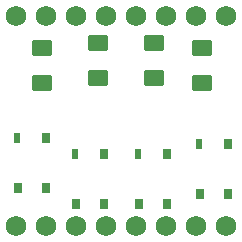
<source format=gts>
%TF.GenerationSoftware,KiCad,Pcbnew,8.0.3*%
%TF.CreationDate,2024-07-29T19:47:33-06:00*%
%TF.ProjectId,SaintCon Says Badge,5361696e-7443-46f6-9e20-536179732042,rev?*%
%TF.SameCoordinates,Original*%
%TF.FileFunction,Soldermask,Top*%
%TF.FilePolarity,Negative*%
%FSLAX46Y46*%
G04 Gerber Fmt 4.6, Leading zero omitted, Abs format (unit mm)*
G04 Created by KiCad (PCBNEW 8.0.3) date 2024-07-29 19:47:33*
%MOMM*%
%LPD*%
G01*
G04 APERTURE LIST*
G04 Aperture macros list*
%AMRoundRect*
0 Rectangle with rounded corners*
0 $1 Rounding radius*
0 $2 $3 $4 $5 $6 $7 $8 $9 X,Y pos of 4 corners*
0 Add a 4 corners polygon primitive as box body*
4,1,4,$2,$3,$4,$5,$6,$7,$8,$9,$2,$3,0*
0 Add four circle primitives for the rounded corners*
1,1,$1+$1,$2,$3*
1,1,$1+$1,$4,$5*
1,1,$1+$1,$6,$7*
1,1,$1+$1,$8,$9*
0 Add four rect primitives between the rounded corners*
20,1,$1+$1,$2,$3,$4,$5,0*
20,1,$1+$1,$4,$5,$6,$7,0*
20,1,$1+$1,$6,$7,$8,$9,0*
20,1,$1+$1,$8,$9,$2,$3,0*%
G04 Aperture macros list end*
%ADD10R,0.674000X0.836000*%
%ADD11R,0.588000X0.858000*%
%ADD12R,0.674000X0.858000*%
%ADD13RoundRect,0.250001X0.624999X-0.462499X0.624999X0.462499X-0.624999X0.462499X-0.624999X-0.462499X0*%
%ADD14RoundRect,0.250001X-0.624999X0.462499X-0.624999X-0.462499X0.624999X-0.462499X0.624999X0.462499X0*%
%ADD15C,1.750000*%
G04 APERTURE END LIST*
D10*
%TO.C,SW4*%
X150113000Y-96368000D03*
D11*
X150030000Y-92135000D03*
D10*
X152487000Y-96368000D03*
D12*
X152487000Y-92135000D03*
%TD*%
D10*
%TO.C,SW1*%
X134703000Y-95848000D03*
D11*
X134620000Y-91615000D03*
D10*
X137077000Y-95848000D03*
D12*
X137077000Y-91615000D03*
%TD*%
D10*
%TO.C,SW3*%
X144913000Y-97233000D03*
D11*
X144830000Y-93000000D03*
D10*
X147287000Y-97233000D03*
D12*
X147287000Y-93000000D03*
%TD*%
D10*
%TO.C,SW2*%
X139613000Y-97233000D03*
D11*
X139530000Y-93000000D03*
D10*
X141987000Y-97233000D03*
D12*
X141987000Y-93000000D03*
%TD*%
D13*
%TO.C,D4*%
X150250000Y-86975000D03*
X150250000Y-84000000D03*
%TD*%
%TO.C,D1*%
X136750000Y-87000000D03*
X136750000Y-84025000D03*
%TD*%
D14*
%TO.C,D2*%
X141500000Y-83602500D03*
X141500000Y-86577500D03*
%TD*%
%TO.C,D3*%
X146250000Y-83602500D03*
X146250000Y-86577500D03*
%TD*%
D15*
%TO.C,MB1*%
X152315000Y-99065000D03*
X149775000Y-99065000D03*
X147235000Y-99065000D03*
X144695000Y-99065000D03*
X142155000Y-99065000D03*
X139615000Y-99065000D03*
X137075000Y-99065000D03*
X134535000Y-99065000D03*
X152315000Y-81285000D03*
X149775000Y-81285000D03*
X147235000Y-81285000D03*
X144695000Y-81285000D03*
X142155000Y-81285000D03*
X139615000Y-81285000D03*
X137075000Y-81285000D03*
X134535000Y-81285000D03*
%TD*%
M02*

</source>
